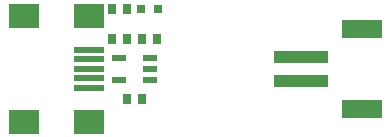
<source format=gbr>
G04 EAGLE Gerber RS-274X export*
G75*
%MOMM*%
%FSLAX34Y34*%
%LPD*%
%INSolderpaste Top*%
%IPPOS*%
%AMOC8*
5,1,8,0,0,1.08239X$1,22.5*%
G01*
%ADD10R,0.800000X0.800000*%
%ADD11R,0.700000X0.900000*%
%ADD12R,1.200000X0.550000*%
%ADD13R,4.600000X1.000000*%
%ADD14R,3.400000X1.600000*%
%ADD15R,2.500000X0.500000*%
%ADD16R,2.500000X2.000000*%


D10*
X134500Y114300D03*
X119500Y114300D03*
D11*
X108100Y114300D03*
X95100Y114300D03*
D12*
X127301Y54000D03*
X127301Y63500D03*
X127301Y73000D03*
X101299Y73000D03*
X101299Y54000D03*
D11*
X107800Y38100D03*
X120800Y38100D03*
X95100Y88900D03*
X108100Y88900D03*
X133500Y88900D03*
X120500Y88900D03*
D13*
X255100Y73500D03*
X255100Y53500D03*
D14*
X307100Y97500D03*
X307100Y29500D03*
D15*
X75800Y63500D03*
X75800Y71500D03*
X75800Y47500D03*
X75800Y55500D03*
D16*
X20800Y18500D03*
X20800Y108500D03*
X75800Y18500D03*
X75800Y108500D03*
D15*
X75800Y79500D03*
M02*

</source>
